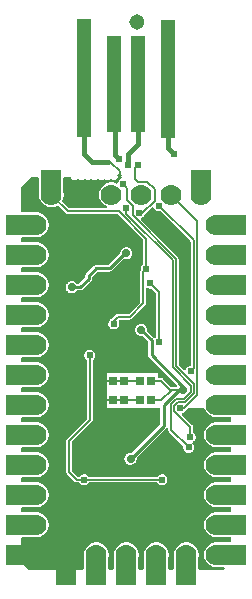
<source format=gbl>
%FSLAX36Y36*%
%MOIN*%

%AMMACRO1*21,1,$1,$2,0,0,$3*%
%ADD10C,0.0050*%
%ADD11C,0.0070*%
%ADD12C,0.0060*%
%ADD13C,0.0200*%
%ADD14C,0.0100*%
%ADD15C,0.0150*%
%ADD16R,0.0472X0.3937*%
%ADD17R,0.0472X0.3200*%
%ADD18R,0.0700X0.0500*%
%ADD19MACRO1,0.0236X0.0256X0.0000*%
%ADD20C,0.0514*%
%ADD21C,0.0700*%
%ADD22R,0.1000X0.0700*%
%ADD23R,0.0700X0.1000*%
%ADD24C,0.0240*%
%ADD25C,0.0280*%
%ADD26C,0.0162*%

%LPD*%
G36*
X261460Y-675800D02*
G01*
X259940Y-675500D01*
X258640Y-674620D01*
X238020Y-654000D01*
X237120Y-652620D01*
X236840Y-651000D01*
X237260Y-649400D01*
X239060Y-645759D01*
X240780Y-640660D01*
X241840Y-635380D01*
X242200Y-630000D01*
X241840Y-624620D01*
X241280Y-621800D01*
X241200Y-621020D01*
X241200Y-574200D01*
X241500Y-572660D01*
X242380Y-571380D01*
X243660Y-570500D01*
X245200Y-570200D01*
X262660Y-570200D01*
X264140Y-570480D01*
X265420Y-571300D01*
X266300Y-572520D01*
X267560Y-575280D01*
X269160Y-577380D01*
X271160Y-579080D01*
X273500Y-580320D01*
X276040Y-581020D01*
X278660Y-581160D01*
X281260Y-580740D01*
X283700Y-579760D01*
X287340Y-577160D01*
X288800Y-576800D01*
X290280Y-577000D01*
X291600Y-577740D01*
X293160Y-579080D01*
X295500Y-580320D01*
X298040Y-581020D01*
X300660Y-581160D01*
X303260Y-580740D01*
X305700Y-579760D01*
X309340Y-577160D01*
X310800Y-576800D01*
X312280Y-577000D01*
X313600Y-577740D01*
X315160Y-579080D01*
X317500Y-580320D01*
X320040Y-581020D01*
X322660Y-581160D01*
X325260Y-580740D01*
X327700Y-579760D01*
X331340Y-577160D01*
X332800Y-576800D01*
X334280Y-577000D01*
X335600Y-577740D01*
X337160Y-579080D01*
X339500Y-580320D01*
X342040Y-581020D01*
X344660Y-581160D01*
X347260Y-580740D01*
X349700Y-579760D01*
X353340Y-577160D01*
X354799Y-576800D01*
X356280Y-577000D01*
X357600Y-577740D01*
X359159Y-579080D01*
X361500Y-580320D01*
X364040Y-581020D01*
X366659Y-581160D01*
X369260Y-580740D01*
X371700Y-579760D01*
X375340Y-577160D01*
X376800Y-576800D01*
X378280Y-577000D01*
X379600Y-577740D01*
X381160Y-579080D01*
X383500Y-580320D01*
X386040Y-581020D01*
X388660Y-581160D01*
X391260Y-580740D01*
X393700Y-579760D01*
X397340Y-577160D01*
X398800Y-576800D01*
X400280Y-577000D01*
X401599Y-577740D01*
X403160Y-579080D01*
X405500Y-580320D01*
X408040Y-581020D01*
X410660Y-581160D01*
X413260Y-580740D01*
X415700Y-579760D01*
X417879Y-578280D01*
X419700Y-576360D01*
X421060Y-574120D01*
X421900Y-571620D01*
X422180Y-569000D01*
X421900Y-566380D01*
X421520Y-565280D01*
X421320Y-563780D01*
X421680Y-562320D01*
X422560Y-561100D01*
X423820Y-560280D01*
X425319Y-560000D01*
X431620Y-560000D01*
X433340Y-560400D01*
X434720Y-561500D01*
X435500Y-563080D01*
X435520Y-564860D01*
X434900Y-567680D01*
X434900Y-570320D01*
X435300Y-572160D01*
X435360Y-573540D01*
X434940Y-574880D01*
X434080Y-575980D01*
X430040Y-578480D01*
X427560Y-580760D01*
X425540Y-583420D01*
X424040Y-586440D01*
X423080Y-589800D01*
X422260Y-591320D01*
X420860Y-592360D01*
X419159Y-592700D01*
X417480Y-592300D01*
X416760Y-591940D01*
X411659Y-590220D01*
X406380Y-589160D01*
X401000Y-588800D01*
X395620Y-589160D01*
X390340Y-590220D01*
X385240Y-591940D01*
X380400Y-594320D01*
X375920Y-597320D01*
X371880Y-600880D01*
X368320Y-604920D01*
X365319Y-609400D01*
X362939Y-614240D01*
X361220Y-619340D01*
X360160Y-624620D01*
X359799Y-630000D01*
X360160Y-635380D01*
X361220Y-640660D01*
X362939Y-645759D01*
X365319Y-650600D01*
X368320Y-655080D01*
X371880Y-659120D01*
X375920Y-662680D01*
X380400Y-665680D01*
X385120Y-668020D01*
X386480Y-668820D01*
X387440Y-670100D01*
X387819Y-671660D01*
X387560Y-673220D01*
X386700Y-674580D01*
X385379Y-675480D01*
X383820Y-675800D01*
G37*

%LPD*%
G36*
X644640Y-1214080D02*
G01*
X643160Y-1213760D01*
X641919Y-1212900D01*
X626380Y-1197360D01*
X625500Y-1196060D01*
X625200Y-1194540D01*
X625200Y-843060D01*
X624760Y-840280D01*
X623840Y-838259D01*
X622340Y-836320D01*
X499820Y-713800D01*
X498940Y-712500D01*
X498640Y-710980D01*
X498940Y-709440D01*
X499799Y-708139D01*
X503960Y-705520D01*
X506440Y-703240D01*
X508459Y-700580D01*
X508740Y-700000D01*
X509820Y-698660D01*
X511019Y-697700D01*
X536160Y-672560D01*
X537400Y-671720D01*
X538880Y-671400D01*
X540360Y-671640D01*
X541640Y-672420D01*
X542560Y-673600D01*
X543540Y-675580D01*
X545560Y-678240D01*
X548040Y-680520D01*
X550900Y-682280D01*
X554020Y-683480D01*
X557320Y-684100D01*
X560680Y-684100D01*
X562780Y-683920D01*
X564000Y-684300D01*
X565040Y-685060D01*
X664620Y-784640D01*
X665500Y-785939D01*
X665800Y-787460D01*
X665800Y-1197120D01*
X665560Y-1198460D01*
X664880Y-1199660D01*
X663820Y-1200560D01*
X662540Y-1201040D01*
X660020Y-1201520D01*
X656900Y-1202720D01*
X654040Y-1204480D01*
X651560Y-1206760D01*
X649539Y-1209420D01*
X648319Y-1211860D01*
X647420Y-1213060D01*
X646120Y-1213840D01*
G37*

%LPD*%
G36*
X127739Y-1879800D02*
G01*
X126199Y-1879500D01*
X124920Y-1878620D01*
X102380Y-1856080D01*
X101500Y-1854800D01*
X101199Y-1853260D01*
X101199Y-1775200D01*
X101500Y-1773660D01*
X102380Y-1772380D01*
X103660Y-1771500D01*
X105200Y-1771200D01*
X150860Y-1771200D01*
X156380Y-1770840D01*
X161660Y-1769780D01*
X166759Y-1768060D01*
X171600Y-1765680D01*
X176080Y-1762680D01*
X180120Y-1759120D01*
X183680Y-1755080D01*
X186680Y-1750600D01*
X189060Y-1745760D01*
X190780Y-1740660D01*
X191840Y-1735380D01*
X192200Y-1730000D01*
X191840Y-1724620D01*
X190780Y-1719340D01*
X189060Y-1714240D01*
X186680Y-1709400D01*
X183680Y-1704920D01*
X180120Y-1700880D01*
X176080Y-1697320D01*
X171600Y-1694319D01*
X166759Y-1691940D01*
X161660Y-1690220D01*
X156380Y-1689160D01*
X150860Y-1688800D01*
X105200Y-1688800D01*
X103660Y-1688500D01*
X102380Y-1687620D01*
X101500Y-1686339D01*
X101199Y-1684800D01*
X101199Y-1675200D01*
X101500Y-1673660D01*
X102380Y-1672380D01*
X103660Y-1671500D01*
X105200Y-1671200D01*
X150860Y-1671200D01*
X156380Y-1670840D01*
X161660Y-1669780D01*
X166759Y-1668060D01*
X171600Y-1665680D01*
X176080Y-1662680D01*
X180120Y-1659120D01*
X183680Y-1655080D01*
X186680Y-1650600D01*
X189060Y-1645760D01*
X190780Y-1640660D01*
X191840Y-1635380D01*
X192200Y-1630000D01*
X191840Y-1624620D01*
X190780Y-1619340D01*
X189060Y-1614240D01*
X186680Y-1609400D01*
X183680Y-1604920D01*
X180120Y-1600880D01*
X176080Y-1597320D01*
X171600Y-1594319D01*
X166759Y-1591940D01*
X161660Y-1590220D01*
X156380Y-1589160D01*
X150860Y-1588800D01*
X105200Y-1588800D01*
X103660Y-1588500D01*
X102380Y-1587620D01*
X101500Y-1586339D01*
X101199Y-1584800D01*
X101199Y-1575200D01*
X101500Y-1573660D01*
X102380Y-1572380D01*
X103660Y-1571500D01*
X105200Y-1571200D01*
X150860Y-1571200D01*
X156380Y-1570840D01*
X161660Y-1569780D01*
X166759Y-1568060D01*
X171600Y-1565680D01*
X176080Y-1562680D01*
X180120Y-1559120D01*
X183680Y-1555080D01*
X186680Y-1550600D01*
X189060Y-1545760D01*
X190780Y-1540660D01*
X191840Y-1535380D01*
X192200Y-1530000D01*
X191840Y-1524620D01*
X190780Y-1519340D01*
X189060Y-1514240D01*
X186680Y-1509400D01*
X183680Y-1504920D01*
X180120Y-1500880D01*
X176080Y-1497320D01*
X171600Y-1494319D01*
X166759Y-1491940D01*
X161660Y-1490220D01*
X156380Y-1489160D01*
X150860Y-1488800D01*
X105200Y-1488800D01*
X103660Y-1488500D01*
X102380Y-1487620D01*
X101500Y-1486339D01*
X101199Y-1484800D01*
X101199Y-1475200D01*
X101500Y-1473660D01*
X102380Y-1472380D01*
X103660Y-1471500D01*
X105200Y-1471200D01*
X150860Y-1471200D01*
X156380Y-1470840D01*
X161660Y-1469780D01*
X166759Y-1468060D01*
X171600Y-1465680D01*
X176080Y-1462680D01*
X180120Y-1459120D01*
X183680Y-1455080D01*
X186680Y-1450600D01*
X189060Y-1445760D01*
X190780Y-1440660D01*
X191840Y-1435380D01*
X192200Y-1430000D01*
X191840Y-1424620D01*
X190780Y-1419340D01*
X189060Y-1414240D01*
X186680Y-1409400D01*
X183680Y-1404920D01*
X180120Y-1400880D01*
X176080Y-1397320D01*
X171600Y-1394319D01*
X166759Y-1391940D01*
X161660Y-1390220D01*
X156380Y-1389160D01*
X150860Y-1388800D01*
X105200Y-1388800D01*
X103660Y-1388500D01*
X102380Y-1387620D01*
X101500Y-1386339D01*
X101199Y-1384800D01*
X101199Y-1375200D01*
X101500Y-1373660D01*
X102380Y-1372380D01*
X103660Y-1371500D01*
X105200Y-1371200D01*
X150860Y-1371200D01*
X156380Y-1370840D01*
X161660Y-1369780D01*
X166759Y-1368060D01*
X171600Y-1365680D01*
X176080Y-1362680D01*
X180120Y-1359120D01*
X183680Y-1355080D01*
X186680Y-1350600D01*
X189060Y-1345760D01*
X190780Y-1340660D01*
X191840Y-1335380D01*
X192200Y-1330000D01*
X191840Y-1324620D01*
X190780Y-1319340D01*
X189060Y-1314240D01*
X186680Y-1309400D01*
X183680Y-1304920D01*
X180120Y-1300880D01*
X176080Y-1297320D01*
X171600Y-1294319D01*
X166759Y-1291940D01*
X161660Y-1290220D01*
X156380Y-1289160D01*
X150860Y-1288800D01*
X105200Y-1288800D01*
X103660Y-1288500D01*
X102380Y-1287620D01*
X101500Y-1286339D01*
X101199Y-1284800D01*
X101199Y-1275200D01*
X101500Y-1273660D01*
X102380Y-1272380D01*
X103660Y-1271500D01*
X105200Y-1271200D01*
X150860Y-1271200D01*
X156380Y-1270840D01*
X161660Y-1269780D01*
X166759Y-1268060D01*
X171600Y-1265680D01*
X176080Y-1262680D01*
X180120Y-1259120D01*
X183680Y-1255080D01*
X186680Y-1250600D01*
X189060Y-1245760D01*
X190780Y-1240660D01*
X191840Y-1235380D01*
X192200Y-1230000D01*
X191840Y-1224620D01*
X190780Y-1219340D01*
X189060Y-1214240D01*
X186680Y-1209400D01*
X183680Y-1204920D01*
X180120Y-1200880D01*
X176080Y-1197320D01*
X171600Y-1194320D01*
X166759Y-1191940D01*
X161660Y-1190220D01*
X156380Y-1189160D01*
X150860Y-1188800D01*
X105200Y-1188800D01*
X103660Y-1188500D01*
X102380Y-1187620D01*
X101500Y-1186340D01*
X101199Y-1184800D01*
X101199Y-1175200D01*
X101500Y-1173660D01*
X102380Y-1172380D01*
X103660Y-1171500D01*
X105200Y-1171200D01*
X150860Y-1171200D01*
X156380Y-1170840D01*
X161660Y-1169780D01*
X166759Y-1168060D01*
X171600Y-1165680D01*
X176080Y-1162680D01*
X180120Y-1159120D01*
X183680Y-1155080D01*
X186680Y-1150600D01*
X189060Y-1145760D01*
X190780Y-1140660D01*
X191840Y-1135380D01*
X192200Y-1130000D01*
X191840Y-1124620D01*
X190780Y-1119340D01*
X189060Y-1114240D01*
X186680Y-1109400D01*
X183680Y-1104920D01*
X180120Y-1100880D01*
X176080Y-1097320D01*
X171600Y-1094320D01*
X166759Y-1091940D01*
X161660Y-1090220D01*
X156380Y-1089160D01*
X150860Y-1088800D01*
X105200Y-1088800D01*
X103660Y-1088500D01*
X102380Y-1087620D01*
X101500Y-1086340D01*
X101199Y-1084800D01*
X101199Y-1075200D01*
X101500Y-1073660D01*
X102380Y-1072380D01*
X103660Y-1071500D01*
X105200Y-1071200D01*
X150860Y-1071200D01*
X156380Y-1070840D01*
X161660Y-1069780D01*
X166759Y-1068060D01*
X171600Y-1065680D01*
X176080Y-1062680D01*
X180120Y-1059120D01*
X183680Y-1055080D01*
X186680Y-1050600D01*
X189060Y-1045759D01*
X190780Y-1040660D01*
X191840Y-1035380D01*
X192200Y-1030000D01*
X191840Y-1024620D01*
X190780Y-1019340D01*
X189060Y-1014240D01*
X186680Y-1009400D01*
X183680Y-1004920D01*
X180120Y-1000879D01*
X176080Y-997320D01*
X171600Y-994320D01*
X166759Y-991940D01*
X161660Y-990220D01*
X156380Y-989160D01*
X150860Y-988800D01*
X105200Y-988800D01*
X103660Y-988500D01*
X102380Y-987620D01*
X101500Y-986340D01*
X101199Y-984800D01*
X101199Y-975200D01*
X101500Y-973660D01*
X102380Y-972380D01*
X103660Y-971500D01*
X105200Y-971200D01*
X150860Y-971200D01*
X156380Y-970840D01*
X161660Y-969780D01*
X166759Y-968060D01*
X171600Y-965680D01*
X176080Y-962680D01*
X180120Y-959120D01*
X183680Y-955080D01*
X186680Y-950600D01*
X189060Y-945759D01*
X190780Y-940660D01*
X191840Y-935380D01*
X192200Y-930000D01*
X191840Y-924620D01*
X190780Y-919340D01*
X189060Y-914240D01*
X186680Y-909400D01*
X183680Y-904920D01*
X180120Y-900879D01*
X176080Y-897320D01*
X171600Y-894320D01*
X166759Y-891940D01*
X161660Y-890220D01*
X156380Y-889160D01*
X150860Y-888800D01*
X105200Y-888800D01*
X103660Y-888500D01*
X102380Y-887620D01*
X101500Y-886340D01*
X101199Y-884800D01*
X101199Y-875200D01*
X101500Y-873660D01*
X102380Y-872380D01*
X103660Y-871500D01*
X105200Y-871200D01*
X150860Y-871200D01*
X156380Y-870840D01*
X161660Y-869780D01*
X166759Y-868060D01*
X171600Y-865680D01*
X176080Y-862680D01*
X180120Y-859120D01*
X183680Y-855080D01*
X186680Y-850600D01*
X189060Y-845759D01*
X190780Y-840660D01*
X191840Y-835380D01*
X192200Y-830000D01*
X191840Y-824620D01*
X190780Y-819340D01*
X189060Y-814240D01*
X186680Y-809400D01*
X183680Y-804920D01*
X180120Y-800879D01*
X176080Y-797320D01*
X171600Y-794320D01*
X166759Y-791940D01*
X161660Y-790220D01*
X156380Y-789160D01*
X150860Y-788800D01*
X105200Y-788800D01*
X103660Y-788500D01*
X102380Y-787620D01*
X101500Y-786340D01*
X101199Y-784800D01*
X101199Y-775200D01*
X101500Y-773660D01*
X102380Y-772380D01*
X103660Y-771500D01*
X105200Y-771200D01*
X150860Y-771200D01*
X156380Y-770840D01*
X161660Y-769780D01*
X166759Y-768060D01*
X171600Y-765680D01*
X176080Y-762680D01*
X180120Y-759120D01*
X183680Y-755080D01*
X186680Y-750600D01*
X189060Y-745759D01*
X190780Y-740660D01*
X191840Y-735380D01*
X192200Y-730000D01*
X191840Y-724620D01*
X190780Y-719340D01*
X189060Y-714240D01*
X186680Y-709400D01*
X183680Y-704920D01*
X180120Y-700879D01*
X176080Y-697320D01*
X171600Y-694320D01*
X166759Y-691940D01*
X161660Y-690220D01*
X156380Y-689160D01*
X150860Y-688800D01*
X105200Y-688800D01*
X103660Y-688500D01*
X102380Y-687620D01*
X101500Y-686340D01*
X101199Y-684800D01*
X101199Y-606740D01*
X101500Y-605200D01*
X102380Y-603920D01*
X134920Y-571380D01*
X136200Y-570500D01*
X137740Y-570200D01*
X154800Y-570200D01*
X156340Y-570500D01*
X157620Y-571380D01*
X158500Y-572660D01*
X158800Y-574200D01*
X158800Y-629740D01*
X159040Y-631600D01*
X159820Y-633480D01*
X161220Y-640660D01*
X162940Y-645759D01*
X165320Y-650600D01*
X168320Y-655080D01*
X171880Y-659120D01*
X175920Y-662680D01*
X180400Y-665680D01*
X185240Y-668060D01*
X190340Y-669780D01*
X195620Y-670840D01*
X201000Y-671200D01*
X206380Y-670840D01*
X211660Y-669780D01*
X216759Y-668060D01*
X220400Y-666260D01*
X222000Y-665840D01*
X223619Y-666120D01*
X225000Y-667020D01*
X249460Y-691460D01*
X251740Y-693120D01*
X253800Y-693900D01*
X256240Y-694200D01*
X419540Y-694200D01*
X421060Y-694500D01*
X422360Y-695380D01*
X506620Y-779640D01*
X507500Y-780939D01*
X507800Y-782460D01*
X507800Y-859180D01*
X507460Y-860800D01*
X506460Y-862159D01*
X503560Y-864760D01*
X501540Y-867420D01*
X500040Y-870440D01*
X499120Y-873660D01*
X498820Y-877000D01*
X499159Y-880720D01*
X498940Y-882440D01*
X498100Y-884780D01*
X497800Y-887240D01*
X497800Y-986540D01*
X497500Y-988060D01*
X496620Y-989360D01*
X459360Y-1026620D01*
X458060Y-1027500D01*
X456540Y-1027800D01*
X422060Y-1027800D01*
X419280Y-1028240D01*
X417260Y-1029160D01*
X415319Y-1030660D01*
X403720Y-1042260D01*
X402340Y-1043160D01*
X400900Y-1043720D01*
X398040Y-1045480D01*
X395560Y-1047760D01*
X393540Y-1050420D01*
X392040Y-1053440D01*
X391120Y-1056660D01*
X390820Y-1060000D01*
X391120Y-1063340D01*
X392040Y-1066560D01*
X393540Y-1069580D01*
X395560Y-1072240D01*
X398040Y-1074520D01*
X400900Y-1076280D01*
X404020Y-1077480D01*
X407320Y-1078100D01*
X410680Y-1078100D01*
X413980Y-1077480D01*
X417100Y-1076280D01*
X419960Y-1074520D01*
X422440Y-1072240D01*
X424460Y-1069580D01*
X425959Y-1066560D01*
X426880Y-1063340D01*
X427180Y-1060000D01*
X426880Y-1056660D01*
X425959Y-1053440D01*
X425240Y-1051980D01*
X424820Y-1050420D01*
X425060Y-1048820D01*
X425900Y-1047460D01*
X427239Y-1046520D01*
X428820Y-1046200D01*
X461940Y-1046200D01*
X464720Y-1045759D01*
X466740Y-1044840D01*
X468680Y-1043340D01*
X513459Y-998540D01*
X515120Y-996260D01*
X515900Y-994200D01*
X516200Y-991760D01*
X516200Y-944900D01*
X516500Y-943400D01*
X517340Y-942099D01*
X518620Y-941240D01*
X520120Y-940920D01*
X521640Y-941180D01*
X525020Y-942480D01*
X528320Y-943100D01*
X531680Y-943100D01*
X533080Y-942840D01*
X534360Y-942820D01*
X535600Y-943199D01*
X536640Y-943940D01*
X550120Y-957440D01*
X551000Y-958720D01*
X551300Y-960260D01*
X551300Y-1101860D01*
X551080Y-1103200D01*
X550420Y-1104380D01*
X547820Y-1106600D01*
X546540Y-1107380D01*
X545040Y-1107640D01*
X543560Y-1107320D01*
X542300Y-1106460D01*
X521140Y-1085300D01*
X520220Y-1083840D01*
X520000Y-1082120D01*
X520180Y-1080000D01*
X519860Y-1076400D01*
X518900Y-1072900D01*
X517320Y-1069640D01*
X515200Y-1066720D01*
X512580Y-1064220D01*
X509560Y-1062220D01*
X506240Y-1060800D01*
X502700Y-1060000D01*
X499099Y-1059840D01*
X495500Y-1060320D01*
X492060Y-1061440D01*
X488880Y-1063160D01*
X486060Y-1065420D01*
X483680Y-1068140D01*
X481820Y-1071240D01*
X480540Y-1074640D01*
X479900Y-1078200D01*
X479900Y-1081800D01*
X480540Y-1085360D01*
X481820Y-1088760D01*
X483680Y-1091860D01*
X486060Y-1094580D01*
X488880Y-1096840D01*
X492060Y-1098560D01*
X495500Y-1099680D01*
X499099Y-1100160D01*
X502340Y-1100020D01*
X503960Y-1100280D01*
X505340Y-1101180D01*
X522620Y-1118460D01*
X523500Y-1119760D01*
X523800Y-1121300D01*
X523800Y-1164880D01*
X524080Y-1167500D01*
X524920Y-1169860D01*
X526240Y-1171980D01*
X527160Y-1173000D01*
X618640Y-1264480D01*
X619500Y-1265760D01*
X619800Y-1267300D01*
X619500Y-1268840D01*
X618640Y-1270120D01*
X617340Y-1271000D01*
X615800Y-1271300D01*
X603260Y-1271300D01*
X601720Y-1271000D01*
X600440Y-1270120D01*
X574200Y-1243900D01*
X572020Y-1242320D01*
X570080Y-1241580D01*
X567760Y-1241300D01*
X559000Y-1241300D01*
X557460Y-1241000D01*
X556180Y-1240120D01*
X555300Y-1238840D01*
X555000Y-1237300D01*
X555000Y-1225400D01*
X554600Y-1225000D01*
X386400Y-1225000D01*
X386000Y-1225400D01*
X386000Y-1340000D01*
X559800Y-1340000D01*
X561340Y-1340300D01*
X562620Y-1341180D01*
X563500Y-1342460D01*
X563800Y-1344000D01*
X563800Y-1393700D01*
X563500Y-1395240D01*
X562620Y-1396540D01*
X470340Y-1488820D01*
X468960Y-1489720D01*
X467340Y-1489980D01*
X464099Y-1489840D01*
X460500Y-1490320D01*
X457060Y-1491440D01*
X453880Y-1493160D01*
X451060Y-1495420D01*
X448680Y-1498140D01*
X446820Y-1501240D01*
X445540Y-1504640D01*
X444900Y-1508200D01*
X444900Y-1511800D01*
X445540Y-1515360D01*
X446820Y-1518760D01*
X448680Y-1521860D01*
X451060Y-1524580D01*
X453880Y-1526840D01*
X457060Y-1528560D01*
X460500Y-1529680D01*
X464099Y-1530160D01*
X467700Y-1530000D01*
X471240Y-1529199D01*
X474560Y-1527780D01*
X477580Y-1525780D01*
X480200Y-1523280D01*
X482320Y-1520360D01*
X483900Y-1517100D01*
X484860Y-1513600D01*
X485180Y-1510000D01*
X485000Y-1507880D01*
X485220Y-1506160D01*
X486140Y-1504700D01*
X582840Y-1408000D01*
X583820Y-1406900D01*
X585100Y-1405960D01*
X586640Y-1405580D01*
X588220Y-1405820D01*
X589560Y-1406680D01*
X590480Y-1407980D01*
X590800Y-1409540D01*
X590820Y-1413420D01*
X591240Y-1415720D01*
X592160Y-1417740D01*
X593660Y-1419680D01*
X639920Y-1465940D01*
X640860Y-1467400D01*
X641080Y-1469139D01*
X640819Y-1472000D01*
X641120Y-1475340D01*
X642039Y-1478560D01*
X643540Y-1481579D01*
X645560Y-1484240D01*
X648040Y-1486519D01*
X650900Y-1488280D01*
X654020Y-1489480D01*
X657320Y-1490100D01*
X660680Y-1490100D01*
X663980Y-1489480D01*
X667099Y-1488280D01*
X669960Y-1486519D01*
X672440Y-1484240D01*
X674460Y-1481579D01*
X675960Y-1478560D01*
X676880Y-1475340D01*
X677180Y-1472000D01*
X676880Y-1468660D01*
X675960Y-1465440D01*
X674460Y-1462440D01*
X672159Y-1459400D01*
X671440Y-1457900D01*
X671400Y-1456260D01*
X672039Y-1454720D01*
X673240Y-1453580D01*
X674960Y-1452520D01*
X677440Y-1450240D01*
X679460Y-1447580D01*
X680960Y-1444560D01*
X681880Y-1441339D01*
X682180Y-1438000D01*
X681880Y-1434660D01*
X680960Y-1431440D01*
X679460Y-1428420D01*
X677440Y-1425760D01*
X674539Y-1423160D01*
X673540Y-1421800D01*
X673199Y-1420180D01*
X673199Y-1404060D01*
X672760Y-1401279D01*
X671840Y-1399259D01*
X670340Y-1397320D01*
X637820Y-1364800D01*
X636940Y-1363500D01*
X636640Y-1361980D01*
X636940Y-1360440D01*
X637800Y-1359139D01*
X641960Y-1356519D01*
X644440Y-1354240D01*
X647760Y-1349840D01*
X649680Y-1348340D01*
X656840Y-1341180D01*
X658139Y-1340300D01*
X659659Y-1340000D01*
X708120Y-1340000D01*
X709740Y-1340340D01*
X711080Y-1341300D01*
X711900Y-1342720D01*
X712940Y-1345760D01*
X715320Y-1350600D01*
X718319Y-1355080D01*
X721880Y-1359120D01*
X725920Y-1362680D01*
X730400Y-1365680D01*
X735240Y-1368060D01*
X740340Y-1369780D01*
X745620Y-1370840D01*
X751140Y-1371200D01*
X796800Y-1371200D01*
X798340Y-1371500D01*
X799620Y-1372380D01*
X800500Y-1373660D01*
X800800Y-1375200D01*
X800800Y-1384800D01*
X800500Y-1386339D01*
X799620Y-1387620D01*
X798340Y-1388500D01*
X796800Y-1388800D01*
X750260Y-1388800D01*
X745620Y-1389160D01*
X740340Y-1390220D01*
X735240Y-1391940D01*
X730400Y-1394319D01*
X725920Y-1397320D01*
X721880Y-1400880D01*
X718319Y-1404920D01*
X715320Y-1409400D01*
X712940Y-1414240D01*
X711220Y-1419340D01*
X710160Y-1424620D01*
X709800Y-1430000D01*
X710160Y-1435380D01*
X711220Y-1440660D01*
X712940Y-1445760D01*
X715320Y-1450600D01*
X718319Y-1455080D01*
X721880Y-1459120D01*
X725920Y-1462680D01*
X730400Y-1465680D01*
X735240Y-1468060D01*
X740340Y-1469780D01*
X745620Y-1470840D01*
X751140Y-1471200D01*
X796800Y-1471200D01*
X798340Y-1471500D01*
X799620Y-1472380D01*
X800500Y-1473660D01*
X800800Y-1475200D01*
X800800Y-1484800D01*
X800500Y-1486339D01*
X799620Y-1487620D01*
X798340Y-1488500D01*
X796800Y-1488800D01*
X750260Y-1488800D01*
X745620Y-1489160D01*
X740340Y-1490220D01*
X735240Y-1491940D01*
X730400Y-1494319D01*
X725920Y-1497320D01*
X721880Y-1500880D01*
X718319Y-1504920D01*
X715320Y-1509400D01*
X712940Y-1514240D01*
X711220Y-1519340D01*
X710160Y-1524620D01*
X709800Y-1530000D01*
X710160Y-1535380D01*
X711220Y-1540660D01*
X712940Y-1545760D01*
X715320Y-1550600D01*
X718319Y-1555080D01*
X721880Y-1559120D01*
X725920Y-1562680D01*
X730400Y-1565680D01*
X735240Y-1568060D01*
X740340Y-1569780D01*
X745620Y-1570840D01*
X751140Y-1571200D01*
X796800Y-1571200D01*
X798340Y-1571500D01*
X799620Y-1572380D01*
X800500Y-1573660D01*
X800800Y-1575200D01*
X800800Y-1584800D01*
X800500Y-1586339D01*
X799620Y-1587620D01*
X798340Y-1588500D01*
X796800Y-1588800D01*
X750260Y-1588800D01*
X745620Y-1589160D01*
X740340Y-1590220D01*
X735240Y-1591940D01*
X730400Y-1594319D01*
X725920Y-1597320D01*
X721880Y-1600880D01*
X718319Y-1604920D01*
X715320Y-1609400D01*
X712940Y-1614240D01*
X711220Y-1619340D01*
X710160Y-1624620D01*
X709800Y-1630000D01*
X710160Y-1635380D01*
X711220Y-1640660D01*
X712940Y-1645760D01*
X715320Y-1650600D01*
X718319Y-1655080D01*
X721880Y-1659120D01*
X725920Y-1662680D01*
X730400Y-1665680D01*
X735240Y-1668060D01*
X740340Y-1669780D01*
X745620Y-1670840D01*
X751140Y-1671200D01*
X796800Y-1671200D01*
X798340Y-1671500D01*
X799620Y-1672380D01*
X800500Y-1673660D01*
X800800Y-1675200D01*
X800800Y-1684800D01*
X800500Y-1686339D01*
X799620Y-1687620D01*
X798340Y-1688500D01*
X796800Y-1688800D01*
X750260Y-1688800D01*
X745620Y-1689160D01*
X740340Y-1690220D01*
X735240Y-1691940D01*
X730400Y-1694319D01*
X725920Y-1697320D01*
X721880Y-1700880D01*
X718319Y-1704920D01*
X715320Y-1709400D01*
X712940Y-1714240D01*
X711220Y-1719340D01*
X710160Y-1724620D01*
X709800Y-1730000D01*
X710160Y-1735380D01*
X711220Y-1740660D01*
X712940Y-1745760D01*
X715320Y-1750600D01*
X718319Y-1755080D01*
X721880Y-1759120D01*
X725920Y-1762680D01*
X730400Y-1765680D01*
X735240Y-1768060D01*
X740340Y-1769780D01*
X745620Y-1770840D01*
X751140Y-1771200D01*
X796800Y-1771200D01*
X798340Y-1771500D01*
X799620Y-1772380D01*
X800500Y-1773660D01*
X800800Y-1775200D01*
X800800Y-1784800D01*
X800500Y-1786339D01*
X799620Y-1787620D01*
X798340Y-1788500D01*
X796800Y-1788800D01*
X750260Y-1788800D01*
X745620Y-1789160D01*
X740340Y-1790220D01*
X735240Y-1791940D01*
X730400Y-1794319D01*
X725920Y-1797320D01*
X721880Y-1800880D01*
X718319Y-1804920D01*
X715320Y-1809400D01*
X712940Y-1814240D01*
X711220Y-1819340D01*
X710160Y-1824620D01*
X709800Y-1830000D01*
X710160Y-1835380D01*
X711220Y-1840660D01*
X712940Y-1845760D01*
X715320Y-1850600D01*
X718319Y-1855080D01*
X721880Y-1859120D01*
X725920Y-1862680D01*
X730400Y-1865680D01*
X735240Y-1868060D01*
X740340Y-1869780D01*
X745620Y-1870840D01*
X751140Y-1871200D01*
X774860Y-1871200D01*
X776400Y-1871500D01*
X777680Y-1872380D01*
X778560Y-1873660D01*
X778860Y-1875200D01*
X778560Y-1876740D01*
X777680Y-1878020D01*
X777080Y-1878620D01*
X775800Y-1879500D01*
X774260Y-1879800D01*
X695200Y-1879800D01*
X693660Y-1879500D01*
X692380Y-1878620D01*
X691500Y-1877340D01*
X691200Y-1875800D01*
X691200Y-1838980D01*
X691280Y-1838200D01*
X691840Y-1835380D01*
X692200Y-1830000D01*
X691840Y-1824620D01*
X690780Y-1819340D01*
X689060Y-1814240D01*
X686680Y-1809400D01*
X683680Y-1804920D01*
X680120Y-1800880D01*
X676080Y-1797320D01*
X671600Y-1794319D01*
X666760Y-1791940D01*
X661660Y-1790220D01*
X656380Y-1789160D01*
X651000Y-1788800D01*
X645620Y-1789160D01*
X640340Y-1790220D01*
X635240Y-1791940D01*
X630400Y-1794319D01*
X625920Y-1797320D01*
X621880Y-1800880D01*
X618320Y-1804920D01*
X615320Y-1809400D01*
X612940Y-1814240D01*
X611220Y-1819340D01*
X609820Y-1826519D01*
X609040Y-1828400D01*
X608800Y-1830260D01*
X608800Y-1875800D01*
X608500Y-1877340D01*
X607620Y-1878620D01*
X606340Y-1879500D01*
X604800Y-1879800D01*
X595200Y-1879800D01*
X593660Y-1879500D01*
X592380Y-1878620D01*
X591500Y-1877340D01*
X591200Y-1875800D01*
X591200Y-1838980D01*
X591280Y-1838200D01*
X591840Y-1835380D01*
X592200Y-1830000D01*
X591840Y-1824620D01*
X590780Y-1819340D01*
X589060Y-1814240D01*
X586680Y-1809400D01*
X583680Y-1804920D01*
X580120Y-1800880D01*
X576080Y-1797320D01*
X571600Y-1794319D01*
X566760Y-1791940D01*
X561660Y-1790220D01*
X556380Y-1789160D01*
X551000Y-1788800D01*
X545620Y-1789160D01*
X540340Y-1790220D01*
X535240Y-1791940D01*
X530400Y-1794319D01*
X525920Y-1797320D01*
X521880Y-1800880D01*
X518320Y-1804920D01*
X515319Y-1809400D01*
X512939Y-1814240D01*
X511220Y-1819340D01*
X509820Y-1826519D01*
X509040Y-1828400D01*
X508800Y-1830260D01*
X508800Y-1875800D01*
X508500Y-1877340D01*
X507620Y-1878620D01*
X506340Y-1879500D01*
X504799Y-1879800D01*
X495200Y-1879800D01*
X493660Y-1879500D01*
X492380Y-1878620D01*
X491500Y-1877340D01*
X491200Y-1875800D01*
X491200Y-1838980D01*
X491280Y-1838200D01*
X491840Y-1835380D01*
X492200Y-1830000D01*
X491840Y-1824620D01*
X490780Y-1819340D01*
X489060Y-1814240D01*
X486680Y-1809400D01*
X483680Y-1804920D01*
X480120Y-1800880D01*
X476079Y-1797320D01*
X471599Y-1794319D01*
X466760Y-1791940D01*
X461659Y-1790220D01*
X456380Y-1789160D01*
X451000Y-1788800D01*
X445620Y-1789160D01*
X440340Y-1790220D01*
X435240Y-1791940D01*
X430400Y-1794319D01*
X425920Y-1797320D01*
X421880Y-1800880D01*
X418320Y-1804920D01*
X415319Y-1809400D01*
X412939Y-1814240D01*
X411220Y-1819340D01*
X409820Y-1826519D01*
X409040Y-1828400D01*
X408800Y-1830260D01*
X408800Y-1875800D01*
X408500Y-1877340D01*
X407620Y-1878620D01*
X406340Y-1879500D01*
X404799Y-1879800D01*
X395200Y-1879800D01*
X393660Y-1879500D01*
X392380Y-1878620D01*
X391500Y-1877340D01*
X391200Y-1875800D01*
X391200Y-1838980D01*
X391280Y-1838200D01*
X391840Y-1835380D01*
X392200Y-1830000D01*
X391840Y-1824620D01*
X390780Y-1819340D01*
X389060Y-1814240D01*
X386680Y-1809400D01*
X383680Y-1804920D01*
X380120Y-1800880D01*
X376079Y-1797320D01*
X371599Y-1794319D01*
X366760Y-1791940D01*
X361659Y-1790220D01*
X356380Y-1789160D01*
X351000Y-1788800D01*
X345620Y-1789160D01*
X340340Y-1790220D01*
X335240Y-1791940D01*
X330400Y-1794319D01*
X325920Y-1797320D01*
X321880Y-1800880D01*
X318320Y-1804920D01*
X315320Y-1809400D01*
X312940Y-1814240D01*
X311220Y-1819340D01*
X309820Y-1826519D01*
X309040Y-1828400D01*
X308800Y-1830260D01*
X308800Y-1875800D01*
X308500Y-1877340D01*
X307620Y-1878620D01*
X306340Y-1879500D01*
X304800Y-1879800D01*
G37*

%LPC*%
G36*
X308320Y-1598100D02*
G01*
X311680Y-1598100D01*
X314980Y-1597480D01*
X318100Y-1596279D01*
X320959Y-1594520D01*
X323440Y-1592240D01*
X324920Y-1590280D01*
X325800Y-1589440D01*
X326900Y-1588880D01*
X328100Y-1588700D01*
X551900Y-1588700D01*
X553100Y-1588880D01*
X554200Y-1589440D01*
X555080Y-1590280D01*
X556560Y-1592240D01*
X559040Y-1594520D01*
X561900Y-1596279D01*
X565020Y-1597480D01*
X568320Y-1598100D01*
X571680Y-1598100D01*
X574980Y-1597480D01*
X578100Y-1596279D01*
X580960Y-1594520D01*
X583440Y-1592240D01*
X585460Y-1589580D01*
X586960Y-1586560D01*
X587880Y-1583340D01*
X588180Y-1580000D01*
X587880Y-1576660D01*
X586960Y-1573440D01*
X585460Y-1570420D01*
X583440Y-1567760D01*
X580960Y-1565480D01*
X578100Y-1563720D01*
X574980Y-1562520D01*
X571680Y-1561900D01*
X568320Y-1561900D01*
X565020Y-1562520D01*
X561900Y-1563720D01*
X559040Y-1565480D01*
X556560Y-1567760D01*
X555080Y-1569720D01*
X554200Y-1570560D01*
X553100Y-1571120D01*
X551900Y-1571300D01*
X328100Y-1571300D01*
X326900Y-1571120D01*
X325800Y-1570560D01*
X324920Y-1569720D01*
X323440Y-1567760D01*
X320959Y-1565480D01*
X318100Y-1563720D01*
X314980Y-1562520D01*
X311680Y-1561900D01*
X308320Y-1561900D01*
X305020Y-1562520D01*
X301900Y-1563720D01*
X299040Y-1565480D01*
X296560Y-1567760D01*
X295080Y-1569720D01*
X294200Y-1570560D01*
X293100Y-1571120D01*
X291900Y-1571300D01*
X290260Y-1571300D01*
X288720Y-1571000D01*
X287440Y-1570120D01*
X269880Y-1552560D01*
X269000Y-1551279D01*
X268700Y-1549740D01*
X268700Y-1455260D01*
X269000Y-1453720D01*
X269880Y-1452440D01*
X336100Y-1386200D01*
X337680Y-1384019D01*
X338420Y-1382080D01*
X338700Y-1379760D01*
X338700Y-1182420D01*
X339040Y-1180800D01*
X340000Y-1179460D01*
X342440Y-1177240D01*
X344460Y-1174580D01*
X345959Y-1171560D01*
X346880Y-1168340D01*
X347180Y-1165000D01*
X346880Y-1161660D01*
X345959Y-1158440D01*
X344460Y-1155420D01*
X342440Y-1152760D01*
X339960Y-1150480D01*
X337100Y-1148720D01*
X333980Y-1147520D01*
X330680Y-1146900D01*
X327320Y-1146900D01*
X324020Y-1147520D01*
X320900Y-1148720D01*
X318040Y-1150480D01*
X315560Y-1152760D01*
X313540Y-1155420D01*
X312040Y-1158440D01*
X311120Y-1161660D01*
X310820Y-1165000D01*
X311120Y-1168340D01*
X312040Y-1171560D01*
X313540Y-1174580D01*
X315560Y-1177240D01*
X318040Y-1179520D01*
X319400Y-1180360D01*
X320420Y-1181240D01*
X321079Y-1182420D01*
X321300Y-1183760D01*
X321300Y-1374740D01*
X321000Y-1376279D01*
X320120Y-1377560D01*
X253900Y-1443800D01*
X252320Y-1445980D01*
X251580Y-1447920D01*
X251300Y-1450240D01*
X251300Y-1554940D01*
X251720Y-1557580D01*
X252580Y-1559480D01*
X254020Y-1561320D01*
X278800Y-1586100D01*
X280980Y-1587680D01*
X282920Y-1588420D01*
X285240Y-1588700D01*
X291900Y-1588700D01*
X293100Y-1588880D01*
X294200Y-1589440D01*
X295080Y-1590280D01*
X296560Y-1592240D01*
X299040Y-1594520D01*
X301900Y-1596279D01*
X305020Y-1597480D01*
G37*
G36*
X268100Y-958160D02*
G01*
X271700Y-958000D01*
X275240Y-957200D01*
X278560Y-955780D01*
X281580Y-953780D01*
X284200Y-951280D01*
X285400Y-949960D01*
X286520Y-949400D01*
X287740Y-949200D01*
X296880Y-949200D01*
X299500Y-948920D01*
X301860Y-948080D01*
X303980Y-946760D01*
X305000Y-945840D01*
X332840Y-918000D01*
X334480Y-915960D01*
X335560Y-913700D01*
X336120Y-911260D01*
X336200Y-909880D01*
X336200Y-906300D01*
X336500Y-904760D01*
X337380Y-903460D01*
X353459Y-887380D01*
X354760Y-886500D01*
X356300Y-886200D01*
X394880Y-886200D01*
X397500Y-885920D01*
X399860Y-885080D01*
X401980Y-883760D01*
X403000Y-882840D01*
X440500Y-845340D01*
X441700Y-844520D01*
X443120Y-844180D01*
X444560Y-844360D01*
X445500Y-844680D01*
X449099Y-845160D01*
X452700Y-845000D01*
X456240Y-844200D01*
X459560Y-842780D01*
X462580Y-840780D01*
X465200Y-838280D01*
X467320Y-835360D01*
X468900Y-832099D01*
X469860Y-828600D01*
X470180Y-825000D01*
X469860Y-821400D01*
X468900Y-817900D01*
X467320Y-814640D01*
X465200Y-811720D01*
X462580Y-809220D01*
X459560Y-807220D01*
X456240Y-805800D01*
X452700Y-805000D01*
X449099Y-804840D01*
X445500Y-805320D01*
X442060Y-806440D01*
X438880Y-808160D01*
X436060Y-810420D01*
X433680Y-813139D01*
X431820Y-816240D01*
X430540Y-819640D01*
X429880Y-823280D01*
X429500Y-824419D01*
X428780Y-825380D01*
X391540Y-862620D01*
X390240Y-863500D01*
X388700Y-863800D01*
X350120Y-863800D01*
X347500Y-864080D01*
X345140Y-864920D01*
X343020Y-866240D01*
X342000Y-867159D01*
X317160Y-892000D01*
X315520Y-894040D01*
X314440Y-896300D01*
X313880Y-898740D01*
X313800Y-900120D01*
X313800Y-903700D01*
X313500Y-905240D01*
X312620Y-906540D01*
X293540Y-925620D01*
X292240Y-926500D01*
X290700Y-926800D01*
X287740Y-926800D01*
X286520Y-926600D01*
X285400Y-926040D01*
X284200Y-924720D01*
X281580Y-922220D01*
X278560Y-920220D01*
X275240Y-918800D01*
X271700Y-918000D01*
X268100Y-917840D01*
X264500Y-918319D01*
X261060Y-919440D01*
X257880Y-921160D01*
X255060Y-923420D01*
X252680Y-926140D01*
X250820Y-929240D01*
X249540Y-932640D01*
X248900Y-936200D01*
X248900Y-939800D01*
X249540Y-943360D01*
X250820Y-946760D01*
X252680Y-949860D01*
X255060Y-952580D01*
X257880Y-954840D01*
X261060Y-956560D01*
X264500Y-957680D01*
G37*

%LPD*%
G36*
X213000Y-710000D02*
G01*
X213000Y-860000D01*
X383000Y-861000D01*
X383000Y-710000D01*
G37*
D10*
X441700Y-1315000D02*
G01*
X498299Y-1315000D01*
X441700Y-1250000D02*
G01*
X498299Y-1250000D01*
X408299Y-1250000D02*
G01*
X365000Y-1250000D01*
X365000Y-1315000D01*
X408299Y-1315000D01*
X441700Y-1315000D02*
G01*
X408299Y-1315000D01*
X441700Y-1250000D02*
G01*
X408299Y-1250000D01*
D11*
X493000Y-690999D02*
G01*
X504000Y-690999D01*
X545000Y-650000D01*
X545000Y-610000D01*
X520999Y-585999D01*
X489000Y-585999D01*
X479000Y-575999D01*
X479000Y-541999D01*
X490999Y-530000D01*
D12*
X630999Y-1341999D02*
G01*
X643000Y-1341999D01*
X688000Y-1296999D01*
X688000Y-716999D01*
X600999Y-630000D01*
X665000Y-1219000D02*
G01*
X675000Y-1209000D01*
X675000Y-781999D01*
X558998Y-666001D01*
D10*
X640000Y-1280000D02*
G01*
X601999Y-1280000D01*
X566999Y-1315000D01*
X531698Y-1315000D01*
X640000Y-1280000D02*
G01*
X598000Y-1280000D01*
X568000Y-1250000D01*
X531698Y-1250000D01*
X560000Y-1120000D02*
G01*
X560000Y-955000D01*
X530000Y-925000D01*
D12*
X450000Y-675000D02*
G01*
X450000Y-693000D01*
X605000Y-848000D01*
X605000Y-1205000D01*
X666001Y-1266001D01*
X666001Y-1286999D01*
X641999Y-1311001D01*
X616999Y-1311001D01*
X600000Y-1328000D01*
X600000Y-1413000D01*
X658998Y-1471999D01*
X441001Y-593000D02*
G01*
X441001Y-596001D01*
X451999Y-606999D01*
X451999Y-646999D01*
X471999Y-666999D01*
X471999Y-698998D01*
X616001Y-843000D01*
X616001Y-1200000D01*
X676999Y-1260999D01*
X676999Y-1291999D01*
X646999Y-1321999D01*
X621999Y-1321999D01*
X611001Y-1332997D01*
X611001Y-1351001D01*
X664000Y-1404000D01*
X664000Y-1438000D01*
D13*
X285000Y-1545000D02*
G01*
X285000Y-1515000D01*
X306999Y-1055000D02*
G01*
X326999Y-1035000D01*
X356999Y-1035000D01*
X358000Y-1034000D01*
X440999Y-1060000D02*
G01*
X470000Y-1060000D01*
X470000Y-1060000D02*
G01*
X500000Y-1030000D01*
X510000Y-1030000D01*
X515000Y-1025000D01*
X260000Y-1060000D02*
G01*
X301999Y-1060000D01*
X306999Y-1055000D01*
X358000Y-1034000D02*
G01*
X378000Y-1054000D01*
X378000Y-1073000D01*
X395000Y-1090000D01*
X430000Y-1090000D01*
X440999Y-1079000D01*
X440999Y-1060000D01*
X285000Y-1460000D02*
G01*
X285000Y-1515000D01*
X220000Y-690000D02*
G01*
X288998Y-758998D01*
X288998Y-908998D01*
D14*
X269000Y-938000D02*
G01*
X296999Y-938000D01*
X325000Y-910000D01*
X325000Y-900000D01*
X350000Y-875000D01*
X395000Y-875000D01*
X445000Y-825000D01*
X450000Y-825000D01*
D13*
X451999Y-775000D02*
G01*
X480000Y-803000D01*
X480000Y-915000D01*
X370000Y-1025000D01*
X366999Y-1025000D01*
X358000Y-1033998D01*
D12*
X516999Y-876999D02*
G01*
X516999Y-776999D01*
X425000Y-685000D01*
X255999Y-685000D01*
X200999Y-630000D01*
D14*
X465000Y-1510000D02*
G01*
X575000Y-1400000D01*
X575000Y-1330000D01*
X625000Y-1280000D01*
X640000Y-1280000D01*
X640000Y-1280000D02*
G01*
X640000Y-1270000D01*
X535000Y-1165000D01*
X535000Y-1115000D01*
X500000Y-1080000D01*
D10*
X310000Y-1580000D02*
G01*
X285000Y-1580000D01*
X260000Y-1555000D01*
X260000Y-1450000D01*
X330000Y-1380000D01*
X330000Y-1166001D01*
X328998Y-1165000D01*
D13*
X285000Y-1545000D02*
G01*
X610000Y-1545000D01*
X670000Y-1605000D01*
X670000Y-1715000D01*
D10*
X310000Y-1580000D02*
G01*
X570000Y-1580000D01*
D12*
X300999Y-630000D02*
G01*
X330000Y-600999D01*
X360000Y-600999D01*
X376999Y-584000D01*
X420000Y-584000D01*
X414000Y-584000D02*
G01*
X416999Y-584000D01*
X429000Y-571999D01*
X429000Y-551999D01*
X396999Y-520000D01*
X390999Y-520000D01*
D13*
X260000Y-1060000D02*
G01*
X230000Y-1030000D01*
X230000Y-930000D01*
X250999Y-909000D01*
X289000Y-909000D01*
D12*
X409000Y-1060000D02*
G01*
X409000Y-1050000D01*
X421999Y-1036999D01*
X461999Y-1036999D01*
X506999Y-991999D01*
X506999Y-886999D01*
X516999Y-876999D01*
D13*
X695000Y-1410000D02*
G01*
X695000Y-1496489D01*
X628245Y-1563245D01*
D15*
X412262Y-240000D02*
G01*
X412262Y-496262D01*
X425999Y-510000D01*
X390999Y-520000D02*
G01*
X335999Y-520000D01*
X311500Y-495500D01*
X311500Y-240000D01*
X611001Y-495000D02*
G01*
X590000Y-473998D01*
X590000Y-245000D01*
X490999Y-240000D02*
G01*
X490999Y-460000D01*
X455999Y-495000D01*
X455999Y-530000D01*
D13*
X285000Y-1460000D02*
G01*
X365000Y-1380000D01*
X365000Y-1220000D01*
X440000Y-1145000D01*
X440000Y-1060999D01*
X440999Y-1060000D01*
D16*
G01*
X590000Y-245000D03*
D17*
G01*
X490999Y-260000D03*
G01*
X410999Y-260000D03*
D16*
G01*
X311469Y-240000D03*
D18*
G01*
X200000Y-605000D03*
G01*
X700000Y-605000D03*
D19*
G01*
X408299Y-1250000D03*
G01*
X441700Y-1250000D03*
G01*
X531700Y-1250000D03*
G01*
X498299Y-1250000D03*
G01*
X408299Y-1315000D03*
G01*
X441700Y-1315000D03*
G01*
X531700Y-1315000D03*
G01*
X498299Y-1315000D03*
D20*
G01*
X488000Y-53000D03*
D21*
G01*
X350999Y-1830000D03*
G01*
X450999Y-1830000D03*
G01*
X550999Y-1830000D03*
G01*
X650999Y-1830000D03*
G01*
X750999Y-1830000D03*
G01*
X750999Y-1730000D03*
G01*
X750999Y-1630000D03*
G01*
X750999Y-1530000D03*
G01*
X750999Y-1430000D03*
G01*
X750999Y-1330000D03*
G01*
X750999Y-1230000D03*
G01*
X750999Y-1130000D03*
G01*
X750999Y-1030000D03*
G01*
X750999Y-930000D03*
G01*
X750999Y-830000D03*
G01*
X750999Y-730000D03*
G01*
X700999Y-630000D03*
G01*
X600999Y-630000D03*
G01*
X500999Y-630000D03*
G01*
X400999Y-630000D03*
G01*
X300999Y-630000D03*
G01*
X150999Y-1830000D03*
G01*
X150999Y-1730000D03*
G01*
X150999Y-1630000D03*
G01*
X150999Y-1530000D03*
G01*
X150999Y-1430000D03*
G01*
X150999Y-1330000D03*
G01*
X150999Y-1230000D03*
G01*
X150999Y-1130000D03*
G01*
X150999Y-1030000D03*
G01*
X150999Y-930000D03*
G01*
X150999Y-830000D03*
G01*
X150999Y-730000D03*
G01*
X200999Y-630000D03*
G01*
X250000Y-1830000D03*
D22*
G01*
X800000Y-730000D03*
G01*
X800000Y-830000D03*
G01*
X800000Y-930000D03*
G01*
X800000Y-1030000D03*
G01*
X800000Y-1130000D03*
G01*
X800000Y-1230000D03*
G01*
X800000Y-1330000D03*
G01*
X800000Y-1430000D03*
G01*
X800000Y-1530000D03*
G01*
X800000Y-1630000D03*
G01*
X800000Y-1730000D03*
G01*
X800000Y-1830000D03*
G01*
X100000Y-1830000D03*
G01*
X100000Y-1730000D03*
G01*
X100000Y-1630000D03*
G01*
X100000Y-1530000D03*
G01*
X100000Y-1430000D03*
D23*
G01*
X250000Y-1880000D03*
G01*
X350000Y-1880000D03*
G01*
X450000Y-1880000D03*
D22*
G01*
X100000Y-1330000D03*
G01*
X100000Y-1130000D03*
G01*
X100000Y-1030000D03*
G01*
X100000Y-1230000D03*
G01*
X100000Y-930000D03*
G01*
X100000Y-830000D03*
G01*
X100000Y-730000D03*
D23*
G01*
X550000Y-1880000D03*
G01*
X650000Y-1880000D03*
D18*
G01*
X200000Y-570000D03*
G01*
X700000Y-570000D03*
D24*
G01*
X425999Y-510000D03*
G01*
X455999Y-530000D03*
G01*
X440999Y-593000D03*
G01*
X490999Y-530000D03*
G01*
X610999Y-495000D03*
G01*
X329000Y-1165000D03*
D25*
G01*
X289000Y-909000D03*
G01*
X260000Y-1060000D03*
D24*
G01*
X306999Y-1055000D03*
G01*
X358000Y-1034000D03*
D25*
G01*
X440999Y-1060000D03*
G01*
X269000Y-938000D03*
D24*
G01*
X516999Y-876999D03*
D25*
G01*
X285000Y-1460000D03*
G01*
X285000Y-1515000D03*
G01*
X285000Y-1545000D03*
D24*
G01*
X493000Y-690999D03*
G01*
X560000Y-1120000D03*
G01*
X665000Y-1219000D03*
D25*
G01*
X640000Y-1280000D03*
D24*
G01*
X630999Y-1341999D03*
G01*
X409000Y-1060000D03*
D25*
G01*
X470000Y-1060000D03*
G01*
X515000Y-1025000D03*
D24*
G01*
X450000Y-675000D03*
G01*
X559000Y-665999D03*
G01*
X664000Y-1438000D03*
G01*
X659000Y-1471999D03*
G01*
X530000Y-925000D03*
D25*
G01*
X640000Y-915000D03*
G01*
X220000Y-690000D03*
G01*
X483000Y-775000D03*
G01*
X451999Y-775000D03*
G01*
X450000Y-825000D03*
G01*
X465000Y-1510000D03*
G01*
X500000Y-1080000D03*
G01*
X670000Y-1715000D03*
D24*
G01*
X310000Y-1580000D03*
G01*
X570000Y-1580000D03*
G01*
X695000Y-1410000D03*
M02*

</source>
